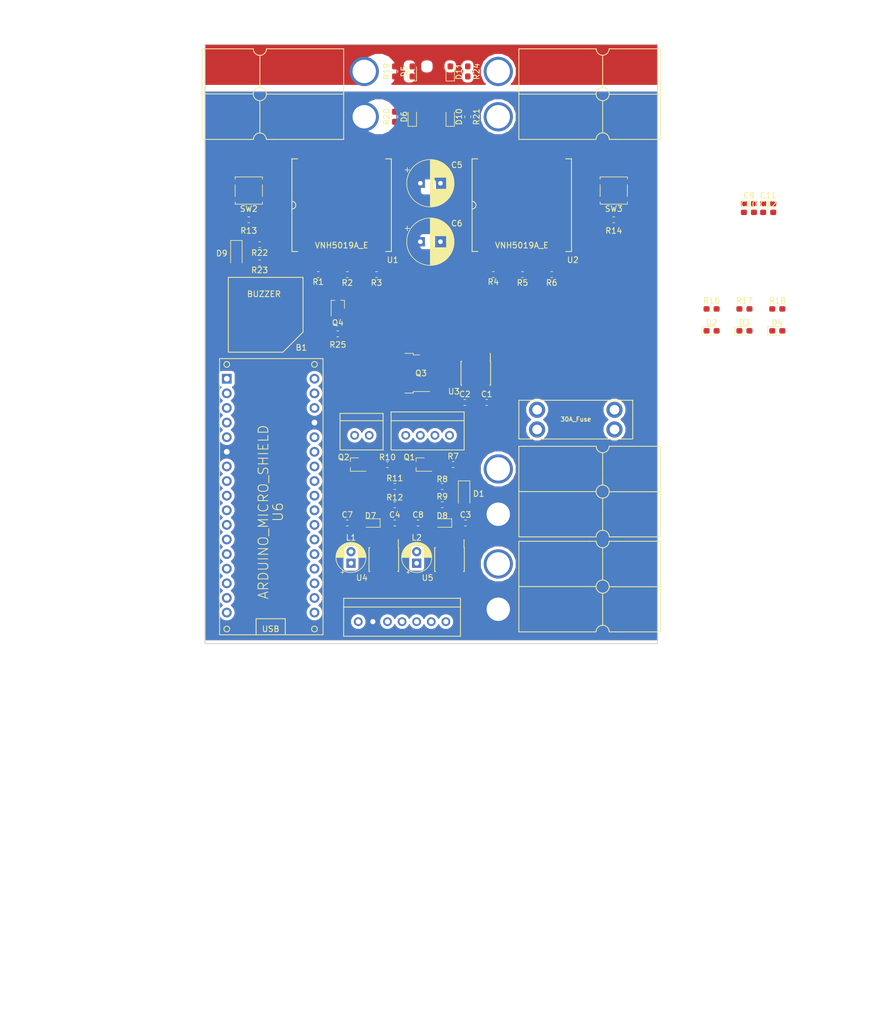
<source format=kicad_pcb>
(kicad_pcb (version 20171130) (host pcbnew "(5.0.0)")
  (layers (0 F.Cu signal) (31 B.Cu signal) (34 B.Paste user) (35 F.Paste user) (36 B.SilkS user) (37 F.SilkS user) (38 B.Mask user) (39 F.Mask user) (44 Edge.Cuts user))
  (net 0 "")
  (net 1 +5V)
  (net 2 "Net-(B1-Pad2)")
  (net 3 +3V3)
  (net 4 GND)
  (net 5 "Net-(C2-Pad2)")
  (net 6 LOGIC_PWR)
  (net 7 ACT_PWR)
  (net 8 OUT_A_LEFT)
  (net 9 OUT_A_RIGHT)
  (net 10 OUT_B_LEFT)
  (net 11 OUT_B_RIGHT)
  (net 12 ESTOP_EN)
  (net 13 "Net-(Conn5-Pad2)")
  (net 14 "Net-(Conn6-Pad3)")
  (net 15 CONTROLLER_CLK)
  (net 16 CONTROLLER_CMD)
  (net 17 CONTROLLER_ATT)
  (net 18 CONTROLLER_DAT)
  (net 19 V_LOG_SENSE)
  (net 20 "Net-(D2-Pad2)")
  (net 21 "Net-(D3-Pad2)")
  (net 22 "Net-(D4-Pad2)")
  (net 23 "Net-(D5-Pad2)")
  (net 24 "Net-(D6-Pad2)")
  (net 25 "Net-(D7-Pad1)")
  (net 26 "Net-(D8-Pad1)")
  (net 27 V_ACT_SENSE)
  (net 28 "Net-(D10-Pad2)")
  (net 29 "Net-(D11-Pad2)")
  (net 30 LOG_SW_EN)
  (net 31 "Net-(Q1-Pad3)")
  (net 32 "Net-(Q2-Pad3)")
  (net 33 "Net-(Q3-Pad1)")
  (net 34 BUZZER_EN)
  (net 35 "Net-(R1-Pad2)")
  (net 36 IN_A1)
  (net 37 LEFT_PWM)
  (net 38 "Net-(R2-Pad2)")
  (net 39 IN_B1)
  (net 40 "Net-(R3-Pad2)")
  (net 41 IN_A2)
  (net 42 "Net-(R4-Pad2)")
  (net 43 "Net-(R5-Pad2)")
  (net 44 RIGHT_PWM)
  (net 45 IN_B2)
  (net 46 "Net-(R6-Pad2)")
  (net 47 LEFT_SW)
  (net 48 RIGHT_SW)
  (net 49 "Net-(U1-Pad2)")
  (net 50 "Net-(U1-Pad8)")
  (net 51 "Net-(U1-Pad11)")
  (net 52 "Net-(U1-Pad14)")
  (net 53 "Net-(U1-Pad17)")
  (net 54 "Net-(U1-Pad22)")
  (net 55 "Net-(U1-Pad24)")
  (net 56 "Net-(U1-Pad29)")
  (net 57 "Net-(U2-Pad29)")
  (net 58 "Net-(U2-Pad24)")
  (net 59 "Net-(U2-Pad22)")
  (net 60 "Net-(U2-Pad17)")
  (net 61 "Net-(U2-Pad14)")
  (net 62 "Net-(U2-Pad11)")
  (net 63 "Net-(U2-Pad8)")
  (net 64 "Net-(U2-Pad2)")
  (net 65 PACK_IMEAS)
  (net 66 "Net-(U6-PadSCK)")
  (net 67 "Net-(U6-PadMI)")
  (net 68 "Net-(U6-PadRST)")
  (net 69 "Net-(U6-Pad5V)")
  (net 70 "Net-(U6-PadNC)")
  (net 71 "Net-(U6-PadAREF)")
  (net 72 "Net-(U6-Pad3.3V)")
  (net 73 "Net-(U6-PadMO)")
  (net 74 "Net-(U6-PadSS)")
  (net 75 "Net-(U6-PadTX)")
  (net 76 /PVDD_IN1)
  (net 77 /PVDD_IN2)
  (net 78 /PVDD_IN3)
  (net 79 "Net-(U6-PadRX)")
  (module MRDT_Devices:BUZZER_SMI_1324_TW_5V_2_R (layer F.Cu) (at 115.824 80.01)
    (fp_text reference B1 (at 12.7 5.715) (layer F.SilkS))
    (fp_text value Buzzer)
    (fp_text user BUZZER (at 6.2 -3.6) (layer F.SilkS))
    (pad 1 smd rect (at 0.2 0) (size 6 2.5) (layers F.Cu F.Paste F.Mask) (net 1 +5V))
    (pad 2 smd rect (at 12.8 0) (size 6 2.5) (layers F.Cu F.Paste F.Mask) (net 2 "Net-(B1-Pad2)"))
  )
  (module Capacitor_SMD:C_0603_1608Metric_Pad1.05x0.95mm_HandSolder (layer F.Cu) (at 160.782 95.25)
    (fp_text reference C1 (at 0 -1.43) (layer F.SilkS))
    (fp_text value 10u)
    (pad 2 smd roundrect (at 0.875 0) (size 1.05 0.95) (layers F.Cu F.Paste F.Mask) (net 3 +3V3))
    (pad 1 smd roundrect (at -0.875 0) (size 1.05 0.95) (layers F.Cu F.Paste F.Mask) (net 4 GND))
  )
  (module Capacitor_SMD:C_0603_1608Metric_Pad1.05x0.95mm_HandSolder (layer F.Cu) (at 156.972 95.25)
    (fp_text reference C2 (at 0 -1.43) (layer F.SilkS))
    (fp_text value 1n)
    (pad 2 smd roundrect (at 0.875 0) (size 1.05 0.95) (layers F.Cu F.Paste F.Mask) (net 5 "Net-(C2-Pad2)"))
    (pad 1 smd roundrect (at -0.875 0) (size 1.05 0.95) (layers F.Cu F.Paste F.Mask) (net 4 GND))
  )
  (module Capacitor_SMD:C_0603_1608Metric_Pad1.05x0.95mm_HandSolder (layer F.Cu) (at 157.085 116.205)
    (fp_text reference C3 (at 0 -1.43) (layer F.SilkS))
    (fp_text value 10u)
    (pad 1 smd roundrect (at -0.875 0) (size 1.05 0.95) (layers F.Cu F.Paste F.Mask) (net 6 LOGIC_PWR))
    (pad 2 smd roundrect (at 0.875 0) (size 1.05 0.95) (layers F.Cu F.Paste F.Mask) (net 4 GND))
  )
  (module Capacitor_SMD:C_0603_1608Metric_Pad1.05x0.95mm_HandSolder (layer F.Cu) (at 144.78 116.205)
    (fp_text reference C4 (at 0 -1.43) (layer F.SilkS))
    (fp_text value 10u)
    (pad 2 smd roundrect (at 0.875 0) (size 1.05 0.95) (layers F.Cu F.Paste F.Mask) (net 4 GND))
    (pad 1 smd roundrect (at -0.875 0) (size 1.05 0.95) (layers F.Cu F.Paste F.Mask) (net 6 LOGIC_PWR))
  )
  (module Capacitor_THT:CP_Radial_D8.0mm_P3.50mm (layer F.Cu) (at 149.225 57.15)
    (fp_text reference C5 (at 6.35 -3.175) (layer F.SilkS))
    (fp_text value 470u)
    (pad 1 thru_hole rect (at 0 0) (size 1.6 1.6) (drill 0.8) (layers *.Cu *.Mask) (net 7 ACT_PWR))
    (pad 2 thru_hole circle (at 3.5 0) (size 1.6 1.6) (drill 0.8) (layers *.Cu *.Mask) (net 4 GND))
  )
  (module Capacitor_THT:CP_Radial_D8.0mm_P3.50mm (layer F.Cu) (at 149.225 67.31)
    (fp_text reference C6 (at 6.35 -3.175) (layer F.SilkS))
    (fp_text value 470u)
    (pad 2 thru_hole circle (at 3.5 0) (size 1.6 1.6) (drill 0.8) (layers *.Cu *.Mask) (net 4 GND))
    (pad 1 thru_hole rect (at 0 0) (size 1.6 1.6) (drill 0.8) (layers *.Cu *.Mask) (net 7 ACT_PWR))
  )
  (module Capacitor_SMD:C_0603_1608Metric_Pad1.05x0.95mm_HandSolder (layer F.Cu) (at 136.525 116.205)
    (fp_text reference C7 (at 0 -1.43) (layer F.SilkS))
    (fp_text value 10u)
    (pad 1 smd roundrect (at -0.875 0) (size 1.05 0.95) (layers F.Cu F.Paste F.Mask) (net 3 +3V3))
    (pad 2 smd roundrect (at 0.875 0) (size 1.05 0.95) (layers F.Cu F.Paste F.Mask) (net 4 GND))
  )
  (module Capacitor_SMD:C_0603_1608Metric_Pad1.05x0.95mm_HandSolder (layer F.Cu) (at 148.83 116.205)
    (fp_text reference C8 (at 0 -1.43) (layer F.SilkS))
    (fp_text value 10u)
    (pad 1 smd roundrect (at -0.875 0) (size 1.05 0.95) (layers F.Cu F.Paste F.Mask) (net 1 +5V))
    (pad 2 smd roundrect (at 0.875 0) (size 1.05 0.95) (layers F.Cu F.Paste F.Mask) (net 4 GND))
  )
  (module MRDT_Connectors:Anderson_2_Horizontal_Side_by_Side (layer F.Cu) (at 166.37 102.87 180)
    (fp_text reference Conn1 hide)
    (fp_text value AndersonPP)
    (pad 1 thru_hole circle (at 3.5814 -11.811 180) (size 5.08 5.08) (drill 4.06) (layers *.Cu *.Mask F.Paste) (net 4 GND))
    (pad 2 thru_hole circle (at 3.5814 -3.937 180) (size 5.08 5.08) (drill 4.06) (layers *.Cu *.Mask F.Paste) (net 76 /PVDD_IN1))
  )
  (module MRDT_Connectors:Anderson_2_Horizontal_Side_by_Side (layer F.Cu) (at 166.37 119.38 180)
    (fp_text reference Conn2 hide)
    (fp_text value AndersonPP)
    (pad 2 thru_hole circle (at 3.5814 -3.937 180) (size 5.08 5.08) (drill 4.06) (layers *.Cu *.Mask F.Paste) (net 76 /PVDD_IN1))
    (pad 1 thru_hole circle (at 3.5814 -11.811 180) (size 5.08 5.08) (drill 4.06) (layers *.Cu *.Mask F.Paste) (net 4 GND))
  )
  (module MRDT_Connectors:Anderson_2_Horizontal_Side_by_Side (layer F.Cu) (at 135.89 49.53)
    (fp_text reference Conn3 hide)
    (fp_text value AndersonPP)
    (pad 1 thru_hole circle (at 3.5814 -11.811) (size 5.08 5.08) (drill 4.06) (layers *.Cu *.Mask F.Paste) (net 8 OUT_A_LEFT))
    (pad 2 thru_hole circle (at 3.5814 -3.937) (size 5.08 5.08) (drill 4.06) (layers *.Cu *.Mask F.Paste) (net 10 OUT_B_LEFT))
  )
  (module MRDT_Connectors:Anderson_2_Horizontal_Side_by_Side (layer F.Cu) (at 166.37 33.782 180)
    (fp_text reference Conn4 hide)
    (fp_text value AndersonPP)
    (pad 2 thru_hole circle (at 3.5814 -3.937 180) (size 5.08 5.08) (drill 4.06) (layers *.Cu *.Mask F.Paste) (net 11 OUT_B_RIGHT))
    (pad 1 thru_hole circle (at 3.5814 -11.811 180) (size 5.08 5.08) (drill 4.06) (layers *.Cu *.Mask F.Paste) (net 9 OUT_A_RIGHT))
  )
  (module MRDT_Connectors:MOLEX_SL_02_Vertical (layer F.Cu) (at 139.065 100.965)
    (fp_text reference Conn5 hide)
    (fp_text value E_STOP)
    (pad 1 thru_hole circle (at -1.27 0) (size 1.524 1.524) (drill 0.9) (layers *.Cu *.Mask) (net 12 ESTOP_EN))
    (pad 2 thru_hole circle (at 1.27 0) (size 1.524 1.524) (drill 0.9) (layers *.Cu *.Mask) (net 13 "Net-(Conn5-Pad2)"))
  )
  (module MRDT_Connectors:MOLEX_SL_07_Vertical (layer F.Cu) (at 146.05 133.35)
    (fp_text reference Conn6 hide)
    (fp_text value Molex_SL_07)
    (pad 1 thru_hole circle (at -7.62 0) (size 1.524 1.524) (drill 0.9) (layers *.Cu *.Mask) (net 1 +5V))
    (pad 2 thru_hole circle (at -5.08 0) (size 1.524 1.524) (drill 0.9) (layers *.Cu *.Mask) (net 4 GND))
    (pad 3 thru_hole circle (at -2.54 0) (size 1.524 1.524) (drill 0.9) (layers *.Cu *.Mask) (net 14 "Net-(Conn6-Pad3)"))
    (pad 4 thru_hole circle (at 0 0) (size 1.524 1.524) (drill 0.9) (layers *.Cu *.Mask) (net 15 CONTROLLER_CLK))
    (pad 5 thru_hole circle (at 2.54 0) (size 1.524 1.524) (drill 0.9) (layers *.Cu *.Mask) (net 16 CONTROLLER_CMD))
    (pad 6 thru_hole circle (at 5.08 0) (size 1.524 1.524) (drill 0.9) (layers *.Cu *.Mask) (net 17 CONTROLLER_ATT))
    (pad 7 thru_hole circle (at 7.62 0) (size 1.524 1.524) (drill 0.9) (layers *.Cu *.Mask) (net 18 CONTROLLER_DAT))
  )
  (module Diode_SMD:D_SOD-123 (layer F.Cu) (at 156.845 111.125 270)
    (fp_text reference D1 (at 0 -2.54) (layer F.SilkS))
    (fp_text value 3V3_Zener)
    (pad 2 smd rect (at 1.65 0 270) (size 0.9 1.2) (layers F.Cu F.Paste F.Mask) (net 4 GND))
    (pad 1 smd rect (at -1.65 0 270) (size 0.9 1.2) (layers F.Cu F.Paste F.Mask) (net 19 V_LOG_SENSE))
  )
  (module LED_SMD:LED_0603_1608Metric_Pad1.05x0.95mm_HandSolder (layer F.Cu) (at 199.898 82.804)
    (fp_text reference D2 (at 0 -1.43) (layer F.SilkS))
    (fp_text value LED)
    (pad 1 smd roundrect (at -0.875 0) (size 1.05 0.95) (layers F.Cu F.Paste F.Mask) (net 4 GND))
    (pad 2 smd roundrect (at 0.875 0) (size 1.05 0.95) (layers F.Cu F.Paste F.Mask) (net 20 "Net-(D2-Pad2)"))
  )
  (module LED_SMD:LED_0603_1608Metric_Pad1.05x0.95mm_HandSolder (layer F.Cu) (at 205.613 82.804)
    (fp_text reference D3 (at 0 -1.43) (layer F.SilkS))
    (fp_text value LED)
    (pad 2 smd roundrect (at 0.875 0) (size 1.05 0.95) (layers F.Cu F.Paste F.Mask) (net 21 "Net-(D3-Pad2)"))
    (pad 1 smd roundrect (at -0.875 0) (size 1.05 0.95) (layers F.Cu F.Paste F.Mask) (net 4 GND))
  )
  (module LED_SMD:LED_0603_1608Metric_Pad1.05x0.95mm_HandSolder (layer F.Cu) (at 211.328 82.804)
    (fp_text reference D4 (at 0 -1.43) (layer F.SilkS))
    (fp_text value LED)
    (pad 1 smd roundrect (at -0.875 0) (size 1.05 0.95) (layers F.Cu F.Paste F.Mask) (net 4 GND))
    (pad 2 smd roundrect (at 0.875 0) (size 1.05 0.95) (layers F.Cu F.Paste F.Mask) (net 22 "Net-(D4-Pad2)"))
  )
  (module LED_SMD:LED_0603_1608Metric_Pad1.05x0.95mm_HandSolder (layer F.Cu) (at 147.828 37.719 90)
    (fp_text reference D5 (at 0 -1.43 90) (layer F.SilkS))
    (fp_text value LED)
    (pad 2 smd roundrect (at 0.875 0 90) (size 1.05 0.95) (layers F.Cu F.Paste F.Mask) (net 23 "Net-(D5-Pad2)"))
    (pad 1 smd roundrect (at -0.875 0 90) (size 1.05 0.95) (layers F.Cu F.Paste F.Mask) (net 4 GND))
  )
  (module LED_SMD:LED_0603_1608Metric_Pad1.05x0.95mm_HandSolder (layer F.Cu) (at 147.828 45.593 90)
    (fp_text reference D6 (at 0 -1.43 90) (layer F.SilkS))
    (fp_text value LED)
    (pad 1 smd roundrect (at -0.875 0 90) (size 1.05 0.95) (layers F.Cu F.Paste F.Mask) (net 4 GND))
    (pad 2 smd roundrect (at 0.875 0 90) (size 1.05 0.95) (layers F.Cu F.Paste F.Mask) (net 24 "Net-(D6-Pad2)"))
  )
  (module Diode_SMD:D_0603_1608Metric_Pad1.05x0.95mm_HandSolder (layer F.Cu) (at 140.575 116.205 180)
    (fp_text reference D7 (at 0 1.27 180) (layer F.SilkS))
    (fp_text value D_Schottky)
    (pad 1 smd roundrect (at -0.875 0 180) (size 1.05 0.95) (layers F.Cu F.Paste F.Mask) (net 25 "Net-(D7-Pad1)"))
    (pad 2 smd roundrect (at 0.875 0 180) (size 1.05 0.95) (layers F.Cu F.Paste F.Mask) (net 4 GND))
  )
  (module Diode_SMD:D_0603_1608Metric_Pad1.05x0.95mm_HandSolder (layer F.Cu) (at 153.035 116.205 180)
    (fp_text reference D8 (at 0 1.27 180) (layer F.SilkS))
    (fp_text value D_Schottky)
    (pad 2 smd roundrect (at 0.875 0 180) (size 1.05 0.95) (layers F.Cu F.Paste F.Mask) (net 4 GND))
    (pad 1 smd roundrect (at -0.875 0 180) (size 1.05 0.95) (layers F.Cu F.Paste F.Mask) (net 26 "Net-(D8-Pad1)"))
  )
  (module Diode_SMD:D_SOD-123 (layer F.Cu) (at 117.221 69.342 270)
    (fp_text reference D9 (at 0 2.54) (layer F.SilkS))
    (fp_text value 3V3_Zener)
    (pad 1 smd rect (at -1.65 0 270) (size 0.9 1.2) (layers F.Cu F.Paste F.Mask) (net 27 V_ACT_SENSE))
    (pad 2 smd rect (at 1.65 0 270) (size 0.9 1.2) (layers F.Cu F.Paste F.Mask) (net 4 GND))
  )
  (module LED_SMD:LED_0603_1608Metric_Pad1.05x0.95mm_HandSolder (layer F.Cu) (at 154.432 45.593 90)
    (fp_text reference D10 (at 0 1.524 90) (layer F.SilkS))
    (fp_text value LED)
    (pad 2 smd roundrect (at 0.875 0 90) (size 1.05 0.95) (layers F.Cu F.Paste F.Mask) (net 28 "Net-(D10-Pad2)"))
    (pad 1 smd roundrect (at -0.875 0 90) (size 1.05 0.95) (layers F.Cu F.Paste F.Mask) (net 4 GND))
  )
  (module LED_SMD:LED_0603_1608Metric_Pad1.05x0.95mm_HandSolder (layer F.Cu) (at 154.432 37.719 90)
    (fp_text reference D11 (at 0 1.524 90) (layer F.SilkS))
    (fp_text value LED)
    (pad 1 smd roundrect (at -0.875 0 90) (size 1.05 0.95) (layers F.Cu F.Paste F.Mask) (net 4 GND))
    (pad 2 smd roundrect (at 0.875 0 90) (size 1.05 0.95) (layers F.Cu F.Paste F.Mask) (net 29 "Net-(D11-Pad2)"))
  )
  (module MRDT_Passives:ATC_Fuse_Block (layer F.Cu) (at 166.37 101.6)
    (fp_text reference F1 hide)
    (fp_text value 30A_Fuse (at 9.906 -3.429) (layer F.SilkS) (effects (font (size 0.762 0.762))))
    (pad 2 thru_hole circle (at 16.637 -1.651) (size 2.8194 2.8194) (drill 1.6764) (layers *.Cu *.Mask) (net 76 /PVDD_IN1))
    (pad 2 thru_hole circle (at 16.637 -5.08) (size 2.8194 2.8194) (drill 1.6764) (layers *.Cu *.Mask) (net 76 /PVDD_IN1))
    (pad 1 thru_hole circle (at 3.175 -5.08) (size 2.8194 2.8194) (drill 1.6764) (layers *.Cu *.Mask) (net 77 /PVDD_IN2))
    (pad 1 thru_hole circle (at 3.175 -1.651) (size 2.8194 2.8194) (drill 1.6764) (layers *.Cu *.Mask) (net 77 /PVDD_IN2))
  )
  (module Capacitor_THT:CP_Radial_D5.0mm_P2.00mm (layer F.Cu) (at 137.16 123.19 90)
    (fp_text reference L1 (at 4.445 0 180) (layer F.SilkS))
    (fp_text value 47uH)
    (pad 1 thru_hole rect (at 0 0 90) (size 1.6 1.6) (drill 0.8) (layers *.Cu *.Mask) (net 25 "Net-(D7-Pad1)"))
    (pad 2 thru_hole circle (at 2 0 90) (size 1.6 1.6) (drill 0.8) (layers *.Cu *.Mask) (net 3 +3V3))
  )
  (module Capacitor_THT:CP_Radial_D5.0mm_P2.00mm (layer F.Cu) (at 148.59 123.19 90)
    (fp_text reference L2 (at 4.445 0 180) (layer F.SilkS))
    (fp_text value 47uH)
    (pad 2 thru_hole circle (at 2 0 90) (size 1.6 1.6) (drill 0.8) (layers *.Cu *.Mask) (net 1 +5V))
    (pad 1 thru_hole rect (at 0 0 90) (size 1.6 1.6) (drill 0.8) (layers *.Cu *.Mask) (net 26 "Net-(D8-Pad1)"))
  )
  (module Package_TO_SOT_SMD:SOT-323_SC-70_Handsoldering (layer F.Cu) (at 149.225 106.045 180)
    (fp_text reference Q1 (at 1.905 1.27 180) (layer F.SilkS))
    (fp_text value Q_NMOS_GSD)
    (pad 1 smd rect (at -1.33 -0.65 90) (size 0.45 1.5) (layers F.Cu F.Paste F.Mask) (net 30 LOG_SW_EN))
    (pad 2 smd rect (at -1.33 0.65 90) (size 0.45 1.5) (layers F.Cu F.Paste F.Mask) (net 4 GND))
    (pad 3 smd rect (at 1.33 0 90) (size 0.45 1.5) (layers F.Cu F.Paste F.Mask) (net 31 "Net-(Q1-Pad3)"))
  )
  (module Package_TO_SOT_SMD:SOT-323_SC-70_Handsoldering (layer F.Cu) (at 137.795 106.045 180)
    (fp_text reference Q2 (at 1.905 1.27 180) (layer F.SilkS))
    (fp_text value Q_NMOS_GSD)
    (pad 3 smd rect (at 1.33 0 90) (size 0.45 1.5) (layers F.Cu F.Paste F.Mask) (net 32 "Net-(Q2-Pad3)"))
    (pad 2 smd rect (at -1.33 0.65 90) (size 0.45 1.5) (layers F.Cu F.Paste F.Mask) (net 4 GND))
    (pad 1 smd rect (at -1.33 -0.65 90) (size 0.45 1.5) (layers F.Cu F.Paste F.Mask) (net 13 "Net-(Conn5-Pad2)"))
  )
  (module Package_TO_SOT_SMD:TO-252-2 (layer F.Cu) (at 145.542 90.17 180)
    (fp_text reference Q3 (at -3.81 0 180) (layer F.SilkS))
    (fp_text value Q_PMOS_GDS)
    (pad 1 smd rect (at -4.2 -2.28 180) (size 2.2 1.2) (layers F.Cu F.Paste F.Mask) (net 33 "Net-(Q3-Pad1)"))
    (pad 3 smd rect (at -4.2 2.28 180) (size 2.2 1.2) (layers F.Cu F.Paste F.Mask) (net 78 /PVDD_IN3))
    (pad 2 smd rect (at 2.1 0 180) (size 6.4 5.8) (layers F.Cu F.Mask) (net 7 ACT_PWR))
  )
  (module Package_TO_SOT_SMD:SOT-323_SC-70_Handsoldering (layer F.Cu) (at 134.874 78.232 90)
    (fp_text reference Q4 (at -3.175 0 180) (layer F.SilkS))
    (fp_text value Q_NMOS_GSD)
    (pad 3 smd rect (at 1.33 0) (size 0.45 1.5) (layers F.Cu F.Paste F.Mask) (net 2 "Net-(B1-Pad2)"))
    (pad 2 smd rect (at -1.33 0.65) (size 0.45 1.5) (layers F.Cu F.Paste F.Mask) (net 4 GND))
    (pad 1 smd rect (at -1.33 -0.65) (size 0.45 1.5) (layers F.Cu F.Paste F.Mask) (net 34 BUZZER_EN))
  )
  (module Resistor_SMD:R_0603_1608Metric_Pad1.05x0.95mm_HandSolder (layer F.Cu) (at 131.445 73.025)
    (fp_text reference R1 (at 0 1.27) (layer F.SilkS))
    (fp_text value 1k)
    (pad 2 smd roundrect (at 0.875 0) (size 1.05 0.95) (layers F.Cu F.Paste F.Mask) (net 35 "Net-(R1-Pad2)"))
    (pad 1 smd roundrect (at -0.875 0) (size 1.05 0.95) (layers F.Cu F.Paste F.Mask) (net 36 IN_A1))
  )
  (module Resistor_SMD:R_0603_1608Metric_Pad1.05x0.95mm_HandSolder (layer F.Cu) (at 136.525 73.025 180)
    (fp_text reference R2 (at 0 -1.43 180) (layer F.SilkS))
    (fp_text value 1k)
    (pad 1 smd roundrect (at -0.875 0 180) (size 1.05 0.95) (layers F.Cu F.Paste F.Mask) (net 37 LEFT_PWM))
    (pad 2 smd roundrect (at 0.875 0 180) (size 1.05 0.95) (layers F.Cu F.Paste F.Mask) (net 38 "Net-(R2-Pad2)"))
  )
  (module Resistor_SMD:R_0603_1608Metric_Pad1.05x0.95mm_HandSolder (layer F.Cu) (at 141.605 73.025 180)
    (fp_text reference R3 (at 0 -1.43 180) (layer F.SilkS))
    (fp_text value 1k)
    (pad 1 smd roundrect (at -0.875 0 180) (size 1.05 0.95) (layers F.Cu F.Paste F.Mask) (net 39 IN_B1))
    (pad 2 smd roundrect (at 0.875 0 180) (size 1.05 0.95) (layers F.Cu F.Paste F.Mask) (net 40 "Net-(R3-Pad2)"))
  )
  (module Resistor_SMD:R_0603_1608Metric_Pad1.05x0.95mm_HandSolder (layer F.Cu) (at 161.925 73.025)
    (fp_text reference R4 (at 0 1.27) (layer F.SilkS))
    (fp_text value 1k)
    (pad 1 smd roundrect (at -0.875 0) (size 1.05 0.95) (layers F.Cu F.Paste F.Mask) (net 41 IN_A2))
    (pad 2 smd roundrect (at 0.875 0) (size 1.05 0.95) (layers F.Cu F.Paste F.Mask) (net 42 "Net-(R4-Pad2)"))
  )
  (module Resistor_SMD:R_0603_1608Metric_Pad1.05x0.95mm_HandSolder (layer F.Cu) (at 167.005 73.025 180)
    (fp_text reference R5 (at 0 -1.43 180) (layer F.SilkS))
    (fp_text value 1k)
    (pad 2 smd roundrect (at 0.875 0 180) (size 1.05 0.95) (layers F.Cu F.Paste F.Mask) (net 43 "Net-(R5-Pad2)"))
    (pad 1 smd roundrect (at -0.875 0 180) (size 1.05 0.95) (layers F.Cu F.Paste F.Mask) (net 44 RIGHT_PWM))
  )
  (module Resistor_SMD:R_0603_1608Metric_Pad1.05x0.95mm_HandSolder (layer F.Cu) (at 172.085 73.025 180)
    (fp_text reference R6 (at 0 -1.43 180) (layer F.SilkS))
    (fp_text value 1k)
    (pad 1 smd roundrect (at -0.875 0 180) (size 1.05 0.95) (layers F.Cu F.Paste F.Mask) (net 45 IN_B2))
    (pad 2 smd roundrect (at 0.875 0 180) (size 1.05 0.95) (layers F.Cu F.Paste F.Mask) (net 46 "Net-(R6-Pad2)"))
  )
  (module Resistor_SMD:R_0603_1608Metric_Pad1.05x0.95mm_HandSolder (layer F.Cu) (at 154.94 106.045)
    (fp_text reference R7 (at 0 -1.43) (layer F.SilkS))
    (fp_text value 10k)
    (pad 1 smd roundrect (at -0.875 0) (size 1.05 0.95) (layers F.Cu F.Paste F.Mask) (net 30 LOG_SW_EN))
    (pad 2 smd roundrect (at 0.875 0) (size 1.05 0.95) (layers F.Cu F.Paste F.Mask) (net 4 GND))
  )
  (module Resistor_SMD:R_0603_1608Metric_Pad1.05x0.95mm_HandSolder (layer F.Cu) (at 153.035 109.855 180)
    (fp_text reference R8 (at 0 1.27 180) (layer F.SilkS))
    (fp_text value 20k)
    (pad 2 smd roundrect (at 0.875 0 180) (size 1.05 0.95) (layers F.Cu F.Paste F.Mask) (net 19 V_LOG_SENSE))
    (pad 1 smd roundrect (at -0.875 0 180) (size 1.05 0.95) (layers F.Cu F.Paste F.Mask) (net 6 LOGIC_PWR))
  )
  (module Resistor_SMD:R_0603_1608Metric_Pad1.05x0.95mm_HandSolder (layer F.Cu) (at 153.035 113.03)
    (fp_text reference R9 (at 0 -1.43) (layer F.SilkS))
    (fp_text value 13k)
    (pad 1 smd roundrect (at -0.875 0) (size 1.05 0.95) (layers F.Cu F.Paste F.Mask) (net 19 V_LOG_SENSE))
    (pad 2 smd roundrect (at 0.875 0) (size 1.05 0.95) (layers F.Cu F.Paste F.Mask) (net 4 GND))
  )
  (module Resistor_SMD:R_0603_1608Metric_Pad1.05x0.95mm_HandSolder (layer F.Cu) (at 143.51 106.045 180)
    (fp_text reference R10 (at 0 1.27 180) (layer F.SilkS))
    (fp_text value 10k)
    (pad 2 smd roundrect (at 0.875 0 180) (size 1.05 0.95) (layers F.Cu F.Paste F.Mask) (net 4 GND))
    (pad 1 smd roundrect (at -0.875 0 180) (size 1.05 0.95) (layers F.Cu F.Paste F.Mask) (net 13 "Net-(Conn5-Pad2)"))
  )
  (module Resistor_SMD:R_0603_1608Metric_Pad1.05x0.95mm_HandSolder (layer F.Cu) (at 144.78 109.855)
    (fp_text reference R11 (at 0 -1.43) (layer F.SilkS))
    (fp_text value 30k)
    (pad 2 smd roundrect (at 0.875 0) (size 1.05 0.95) (layers F.Cu F.Paste F.Mask) (net 33 "Net-(Q3-Pad1)"))
    (pad 1 smd roundrect (at -0.875 0) (size 1.05 0.95) (layers F.Cu F.Paste F.Mask) (net 78 /PVDD_IN3))
  )
  (module Resistor_SMD:R_0603_1608Metric_Pad1.05x0.95mm_HandSolder (layer F.Cu) (at 144.78 113.03 180)
    (fp_text reference R12 (at 0 1.27 180) (layer F.SilkS))
    (fp_text value 13k)
    (pad 1 smd roundrect (at -0.875 0 180) (size 1.05 0.95) (layers F.Cu F.Paste F.Mask) (net 33 "Net-(Q3-Pad1)"))
    (pad 2 smd roundrect (at 0.875 0 180) (size 1.05 0.95) (layers F.Cu F.Paste F.Mask) (net 32 "Net-(Q2-Pad3)"))
  )
  (module Resistor_SMD:R_0603_1608Metric_Pad1.05x0.95mm_HandSolder (layer F.Cu) (at 119.38 63.5 180)
    (fp_text reference R13 (at 0 -1.905 180) (layer F.SilkS))
    (fp_text value 10k)
    (pad 2 smd roundrect (at 0.875 0 180) (size 1.05 0.95) (layers F.Cu F.Paste F.Mask) (net 4 GND))
    (pad 1 smd roundrect (at -0.875 0 180) (size 1.05 0.95) (layers F.Cu F.Paste F.Mask) (net 47 LEFT_SW))
  )
  (module Resistor_SMD:R_0603_1608Metric_Pad1.05x0.95mm_HandSolder (layer F.Cu) (at 182.88 63.5 180)
    (fp_text reference R14 (at 0 -1.905 180) (layer F.SilkS))
    (fp_text value 10k)
    (pad 1 smd roundrect (at -0.875 0 180) (size 1.05 0.95) (layers F.Cu F.Paste F.Mask) (net 48 RIGHT_SW))
    (pad 2 smd roundrect (at 0.875 0 180) (size 1.05 0.95) (layers F.Cu F.Paste F.Mask) (net 4 GND))
  )
  (module Resistor_SMD:R_0603_1608Metric_Pad1.05x0.95mm_HandSolder (layer F.Cu) (at 199.898 78.994)
    (fp_text reference R16 (at 0 -1.43) (layer F.SilkS))
    (fp_text value 510)
    (pad 2 smd roundrect (at 0.875 0) (size 1.05 0.95) (layers F.Cu F.Paste F.Mask) (net 20 "Net-(D2-Pad2)"))
    (pad 1 smd roundrect (at -0.875 0) (size 1.05 0.95) (layers F.Cu F.Paste F.Mask) (net 7 ACT_PWR))
  )
  (module Resistor_SMD:R_0603_1608Metric_Pad1.05x0.95mm_HandSolder (layer F.Cu) (at 205.613 78.994)
    (fp_text reference R17 (at 0 -1.43) (layer F.SilkS))
    (fp_text value 510)
    (pad 1 smd roundrect (at -0.875 0) (size 1.05 0.95) (layers F.Cu F.Paste F.Mask) (net 1 +5V))
    (pad 2 smd roundrect (at 0.875 0) (size 1.05 0.95) (layers F.Cu F.Paste F.Mask) (net 21 "Net-(D3-Pad2)"))
  )
  (module Resistor_SMD:R_0603_1608Metric_Pad1.05x0.95mm_HandSolder (layer F.Cu) (at 211.328 78.994)
    (fp_text reference R18 (at 0 -1.43) (layer F.SilkS))
    (fp_text value 100)
    (pad 2 smd roundrect (at 0.875 0) (size 1.05 0.95) (layers F.Cu F.Paste F.Mask) (net 22 "Net-(D4-Pad2)"))
    (pad 1 smd roundrect (at -0.875 0) (size 1.05 0.95) (layers F.Cu F.Paste F.Mask) (net 3 +3V3))
  )
  (module Resistor_SMD:R_0603_1608Metric_Pad1.05x0.95mm_HandSolder (layer F.Cu) (at 144.78 37.719 90)
    (fp_text reference R19 (at 0 -1.43 90) (layer F.SilkS))
    (fp_text value 510)
    (pad 1 smd roundrect (at -0.875 0 90) (size 1.05 0.95) (layers F.Cu F.Paste F.Mask) (net 8 OUT_A_LEFT))
    (pad 2 smd roundrect (at 0.875 0 90) (size 1.05 0.95) (layers F.Cu F.Paste F.Mask) (net 23 "Net-(D5-Pad2)"))
  )
  (module Resistor_SMD:R_0603_1608Metric_Pad1.05x0.95mm_HandSolder (layer F.Cu) (at 144.78 45.593 90)
    (fp_text reference R20 (at 0 -1.43 90) (layer F.SilkS))
    (fp_text value 510)
    (pad 2 smd roundrect (at 0.875 0 90) (size 1.05 0.95) (layers F.Cu F.Paste F.Mask) (net 24 "Net-(D6-Pad2)"))
    (pad 1 smd roundrect (at -0.875 0 90) (size 1.05 0.95) (layers F.Cu F.Paste F.Mask) (net 10 OUT_B_LEFT))
  )
  (module Resistor_SMD:R_0603_1608Metric_Pad1.05x0.95mm_HandSolder (layer F.Cu) (at 157.48 45.593 90)
    (fp_text reference R21 (at 0 1.524 90) (layer F.SilkS))
    (fp_text value 510)
    (pad 2 smd roundrect (at 0.875 0 90) (size 1.05 0.95) (layers F.Cu F.Paste F.Mask) (net 28 "Net-(D10-Pad2)"))
    (pad 1 smd roundrect (at -0.875 0 90) (size 1.05 0.95) (layers F.Cu F.Paste F.Mask) (net 9 OUT_A_RIGHT))
  )
  (module Resistor_SMD:R_0603_1608Metric_Pad1.05x0.95mm_HandSolder (layer F.Cu) (at 121.271 67.818 180)
    (fp_text reference R22 (at 0 -1.43 180) (layer F.SilkS))
    (fp_text value 20k)
    (pad 2 smd roundrect (at 0.875 0 180) (size 1.05 0.95) (layers F.Cu F.Paste F.Mask) (net 27 V_ACT_SENSE))
    (pad 1 smd roundrect (at -0.875 0 180) (size 1.05 0.95) (layers F.Cu F.Paste F.Mask) (net 7 ACT_PWR))
  )
  (module Resistor_SMD:R_0603_1608Metric_Pad1.05x0.95mm_HandSolder (layer F.Cu) (at 121.271 70.993)
    (fp_text reference R23 (at 0 1.27) (layer F.SilkS))
    (fp_text value 13k)
    (pad 1 smd roundrect (at -0.875 0) (size 1.05 0.95) (layers F.Cu F.Paste F.Mask) (net 27 V_ACT_SENSE))
    (pad 2 smd roundrect (at 0.875 0) (size 1.05 0.95) (layers F.Cu F.Paste F.Mask) (net 4 GND))
  )
  (module Resistor_SMD:R_0603_1608Metric_Pad1.05x0.95mm_HandSolder (layer F.Cu) (at 157.48 37.719 90)
    (fp_text reference R24 (at 0 1.524 90) (layer F.SilkS))
    (fp_text value 510)
    (pad 1 smd roundrect (at -0.875 0 90) (size 1.05 0.95) (layers F.Cu F.Paste F.Mask) (net 11 OUT_B_RIGHT))
    (pad 2 smd roundrect (at 0.875 0 90) (size 1.05 0.95) (layers F.Cu F.Paste F.Mask) (net 29 "Net-(D11-Pad2)"))
  )
  (module Resistor_SMD:R_0603_1608Metric_Pad1.05x0.95mm_HandSolder (layer F.Cu) (at 134.874 83.312 180)
    (fp_text reference R25 (at 0 -1.905 180) (layer F.SilkS))
    (fp_text value 10k)
    (pad 2 smd roundrect (at 0.875 0 180) (size 1.05 0.95) (layers F.Cu F.Paste F.Mask) (net 34 BUZZER_EN))
    (pad 1 smd roundrect (at -0.875 0 180) (size 1.05 0.95) (layers F.Cu F.Paste F.Mask) (net 4 GND))
  )
  (module MRDT_Connectors:MOLEX_SL_04_Vertical (layer F.Cu) (at 150.495 100.965)
    (fp_text reference SW1 hide)
    (fp_text value Relay_SPST)
    (pad 1 thru_hole circle (at -3.81 0) (size 1.524 1.524) (drill 0.9) (layers *.Cu *.Mask) (net 31 "Net-(Q1-Pad3)"))
    (pad 2 thru_hole circle (at -1.27 0) (size 1.524 1.524) (drill 0.9) (layers *.Cu *.Mask) (net 1 +5V))
    (pad 3 thru_hole circle (at 1.27 0) (size 1.524 1.524) (drill 0.9) (layers *.Cu *.Mask) (net 78 /PVDD_IN3))
    (pad 4 thru_hole circle (at 3.81 0) (size 1.524 1.524) (drill 0.9) (layers *.Cu *.Mask) (net 6 LOGIC_PWR))
    (pad 4 thru_hole circle (at 3.81 0) (size 1.524 1.524) (drill 0.9) (layers *.Cu *.Mask) (net 6 LOGIC_PWR))
  )
  (module Button_Switch_SMD:SW_SPST_TL3305A (layer F.Cu) (at 119.38 58.42)
    (fp_text reference SW2 (at 0 3.175 180) (layer F.SilkS))
    (fp_text value SW_Push)
    (pad 2 smd rect (at -3.6 1.5) (size 1.6 1.4) (layers F.Cu F.Paste F.Mask) (net 47 LEFT_SW))
    (pad 2 smd rect (at 3.6 1.5) (size 1.6 1.4) (layers F.Cu F.Paste F.Mask) (net 47 LEFT_SW))
    (pad 1 smd rect (at -3.6 -1.5) (size 1.6 1.4) (layers F.Cu F.Paste F.Mask) (net 1 +5V))
    (pad 1 smd rect (at 3.6 -1.5) (size 1.6 1.4) (layers F.Cu F.Paste F.Mask) (net 1 +5V))
  )
  (module Button_Switch_SMD:SW_SPST_TL3305A (layer F.Cu) (at 182.88 58.42)
    (fp_text reference SW3 (at 0 3.175 180) (layer F.SilkS))
    (fp_text value SW_Push)
    (pad 1 smd rect (at 3.6 -1.5) (size 1.6 1.4) (layers F.Cu F.Paste F.Mask) (net 1 +5V))
    (pad 1 smd rect (at -3.6 -1.5) (size 1.6 1.4) (layers F.Cu F.Paste F.Mask) (net 1 +5V))
    (pad 2 smd rect (at 3.6 1.5) (size 1.6 1.4) (layers F.Cu F.Paste F.Mask) (net 48 RIGHT_SW))
    (pad 2 smd rect (at -3.6 1.5) (size 1.6 1.4) (layers F.Cu F.Paste F.Mask) (net 48 RIGHT_SW))
  )
  (module MRDT_ICs:MultiPowerSO_30 (layer F.Cu) (at 135.5344 60.96 90)
    (fp_text reference U1 (at -9.525 8.89 180) (layer F.SilkS))
    (fp_text value VNH5019A_E (at -6.985 0 180) (layer F.SilkS))
    (pad 1 smd rect (at -9.0043 -6.999999 90) (size 1.8542 0.635) (layers F.Cu F.Paste F.Mask) (net 8 OUT_A_LEFT))
    (pad 2 smd rect (at -9.0043 -6.000001 90) (size 1.8542 0.635) (layers F.Cu F.Paste F.Mask) (net 49 "Net-(U1-Pad2)"))
    (pad 3 smd rect (at -9.0043 -5 90) (size 1.8542 0.635) (layers F.Cu F.Paste F.Mask) (net 7 ACT_PWR))
    (pad 4 smd rect (at -9.0043 -4 90) (size 1.8542 0.635) (layers F.Cu F.Paste F.Mask) (net 35 "Net-(R1-Pad2)"))
    (pad 5 smd rect (at -9.0043 -2.999999 90) (size 1.8542 0.635) (layers F.Cu F.Paste F.Mask) (net 3 +3V3))
    (pad 6 smd rect (at -9.0043 -2.000001 90) (size 1.8542 0.635) (layers F.Cu F.Paste F.Mask) (net 3 +3V3))
    (pad 7 smd rect (at -9.0043 -1.000001 90) (size 1.8542 0.635) (layers F.Cu F.Paste F.Mask) (net 38 "Net-(R2-Pad2)"))
    (pad 8 smd rect (at -9.0043 0 90) (size 1.8542 0.635) (layers F.Cu F.Paste F.Mask) (net 50 "Net-(U1-Pad8)"))
    (pad 9 smd rect (at -9.0043 1.000001 90) (size 1.8542 0.635) (layers F.Cu F.Paste F.Mask) (net 3 +3V3))
    (pad 10 smd rect (at -9.0043 2.000001 90) (size 1.8542 0.635) (layers F.Cu F.Paste F.Mask) (net 40 "Net-(R3-Pad2)"))
    (pad 11 smd rect (at -9.0043 2.999999 90) (size 1.8542 0.635) (layers F.Cu F.Paste F.Mask) (net 51 "Net-(U1-Pad11)"))
    (pad 12 smd rect (at -9.0043 4 90) (size 1.8542 0.635) (layers F.Cu F.Paste F.Mask) (net 7 ACT_PWR))
    (pad 13 smd rect (at -9.0043 5 90) (size 1.8542 0.635) (layers F.Cu F.Paste F.Mask) (net 7 ACT_PWR))
    (pad 14 smd rect (at -9.0043 6.000001 90) (size 1.8542 0.635) (layers F.Cu F.Paste F.Mask) (net 52 "Net-(U1-Pad14)"))
    (pad 15 smd rect (at -9.0043 7.000001 90) (size 1.8542 0.635) (layers F.Cu F.Paste F.Mask) (net 10 OUT_B_LEFT))
    (pad 16 smd rect (at 9.0043 6.999999 90) (size 1.8542 0.635) (layers F.Cu F.Paste F.Mask) (net 10 OUT_B_LEFT))
    (pad 17 smd rect (at 9.0043 6.000001 90) (size 1.8542 0.635) (layers F.Cu F.Paste F.Mask) (net 53 "Net-(U1-Pad17)"))
    (pad 18 smd rect (at 9.0043 5 90) (size 1.8542 0.635) (layers F.Cu F.Paste F.Mask) (net 4 GND))
    (pad 19 smd rect (at 9.0043 4 90) (size 1.8542 0.635) (layers F.Cu F.Paste F.Mask) (net 4 GND))
    (pad 20 smd rect (at 9.0043 2.999999 90) (size 1.8542 0.635) (layers F.Cu F.Paste F.Mask) (net 4 GND))
    (pad 21 smd rect (at 9.0043 2.000001 90) (size 1.8542 0.635) (layers F.Cu F.Paste F.Mask) (net 10 OUT_B_LEFT))
    (pad 22 smd rect (at 9.0043 1.000001 90) (size 1.8542 0.635) (layers F.Cu F.Paste F.Mask) (net 54 "Net-(U1-Pad22)"))
    (pad 23 smd rect (at 9.0043 0 90) (size 1.8542 0.635) (layers F.Cu F.Paste F.Mask) (net 7 ACT_PWR))
    (pad 24 smd rect (at 9.0043 -1.000001 90) (size 1.8542 0.635) (layers F.Cu F.Paste F.Mask) (net 55 "Net-(U1-Pad24)"))
    (pad 25 smd rect (at 9.0043 -2.000001 90) (size 1.8542 0.635) (layers F.Cu F.Paste F.Mask) (net 8 OUT_A_LEFT))
    (pad 26 smd rect (at 9.0043 -2.999999 90) (size 1.8542 0.635) (layers F.Cu F.Paste F.Mask) (net 4 GND))
    (pad 27 smd rect (at 9.0043 -4 90) (size 1.8542 0.635) (layers F.Cu F.Paste F.Mask) (net 4 GND))
    (pad 28 smd rect (at 9.0043 -5 90) (size 1.8542 0.635) (layers F.Cu F.Paste F.Mask) (net 4 GND))
    (pad 29 smd rect (at 9.0043 -6.000001 90) (size 1.8542 0.635) (layers F.Cu F.Paste F.Mask) (net 56 "Net-(U1-Pad29)"))
    (pad 30 smd rect (at 9.0043 -7.000001 90) (size 1.8542 0.635) (layers F.Cu F.Paste F.Mask) (net 8 OUT_A_LEFT))
    (pad 31 smd rect (at 3.048 -4.1656 90) (size 5.2578 6.223) (layers F.Cu F.Paste F.Mask) (net 8 OUT_A_LEFT))
    (pad 32 smd rect (at -3.048 0 90) (size 5.2578 10.3124) (layers F.Cu F.Paste F.Mask) (net 7 ACT_PWR))
    (pad 33 smd rect (at 3.048 4.1656 90) (size 5.2578 6.223) (layers F.Cu F.Paste F.Mask) (net 10 OUT_B_LEFT))
  )
  (module MRDT_ICs:MultiPowerSO_30 (layer F.Cu) (at 166.878 60.96 90)
    (fp_text reference U2 (at -9.525 8.89 180) (layer F.SilkS))
    (fp_text value VNH5019A_E (at -6.985 0 180) (layer F.SilkS))
    (pad 33 smd rect (at 3.048 4.1656 90) (size 5.2578 6.223) (layers F.Cu F.Paste F.Mask) (net 11 OUT_B_RIGHT))
    (pad 32 smd rect (at -3.048 0 90) (size 5.2578 10.3124) (layers F.Cu F.Paste F.Mask) (net 7 ACT_PWR))
    (pad 31 smd rect (at 3.048 -4.1656 90) (size 5.2578 6.223) (layers F.Cu F.Paste F.Mask) (net 9 OUT_A_RIGHT))
    (pad 30 smd rect (at 9.0043 -7.000001 90) (size 1.8542 0.635) (layers F.Cu F.Paste F.Mask) (net 9 OUT_A_RIGHT))
    (pad 29 smd rect (at 9.0043 -6.000001 90) (size 1.8542 0.635) (layers F.Cu F.Paste F.Mask) (net 57 "Net-(U2-Pad29)"))
    (pad 28 smd rect (at 9.0043 -5 90) (size 1.8542 0.635) (layers F.Cu F.Paste F.Mask) (net 4 GND))
    (pad 27 smd rect (at 9.0043 -4 90) (size 1.8542 0.635) (layers F.Cu F.Paste F.Mask) (net 4 GND))
    (pad 26 smd rect (at 9.0043 -2.999999 90) (size 1.8542 0.635) (layers F.Cu F.Paste F.Mask) (net 4 GND))
    (pad 25 smd rect (at 9.0043 -2.000001 90) (size 1.8542 0.635) (layers F.Cu F.Paste F.Mask) (net 9 OUT_A_RIGHT))
    (pad 24 smd rect (at 9.0043 -1.000001 90) (size 1.8542 0.635) (layers F.Cu F.Paste F.Mask) (net 58 "Net-(U2-Pad24)"))
    (pad 23 smd rect (at 9.0043 0 90) (size 1.8542 0.635) (layers F.Cu F.Paste F.Mask) (net 7 ACT_PWR))
    (pad 22 smd rect (at 9.0043 1.000001 90) (size 1.8542 0.635) (layers F.Cu F.Paste F.Mask) (net 59 "Net-(U2-Pad22)"))
    (pad 21 smd rect (at 9.0043 2.000001 90) (size 1.8542 0.635) (layers F.Cu F.Paste F.Mask) (net 11 OUT_B_RIGHT))
    (pad 20 smd rect (at 9.0043 2.999999 90) (size 1.8542 0.635) (layers F.Cu F.Paste F.Mask) (net 4 GND))
    (pad 19 smd rect (at 9.0043 4 90) (size 1.8542 0.635) (layers F.Cu F.Paste F.Mask) (net 4 GND))
    (pad 18 smd rect (at 9.0043 5 90) (size 1.8542 0.635) (layers F.Cu F.Paste F.Mask) (net 4 GND))
    (pad 17 smd rect (at 9.0043 6.000001 90) (size 1.8542 0.635) (layers F.Cu F.Paste F.Mask) (net 60 "Net-(U2-Pad17)"))
    (pad 16 smd rect (at 9.0043 6.999999 90) (size 1.8542 0.635) (layers F.Cu F.Paste F.Mask) (net 11 OUT_B_RIGHT))
    (pad 15 smd rect (at -9.0043 7.000001 90) (size 1.8542 0.635) (layers F.Cu F.Paste F.Mask) (net 11 OUT_B_RIGHT))
    (pad 14 smd rect (at -9.0043 6.000001 90) (size 1.8542 0.635) (layers F.Cu F.Paste F.Mask) (net 61 "Net-(U2-Pad14)"))
    (pad 13 smd rect (at -9.0043 5 90) (size 1.8542 0.635) (layers F.Cu F.Paste F.Mask) (net 7 ACT_PWR))
    (pad 12 smd rect (at -9.0043 4 90) (size 1.8542 0.635) (layers F.Cu F.Paste F.Mask) (net 7 ACT_PWR))
    (pad 11 smd rect (at -9.0043 2.999999 90) (size 1.8542 0.635) (layers F.Cu F.Paste F.Mask) (net 62 "Net-(U2-Pad11)"))
    (pad 10 smd rect (at -9.0043 2.000001 90) (size 1.8542 0.635) (layers F.Cu F.Paste F.Mask) (net 46 "Net-(R6-Pad2)"))
    (pad 9 smd rect (at -9.0043 1.000001 90) (size 1.8542 0.635) (layers F.Cu F.Paste F.Mask) (net 3 +3V3))
    (pad 8 smd rect (at -9.0043 0 90) (size 1.8542 0.635) (layers F.Cu F.Paste F.Mask) (net 63 "Net-(U2-Pad8)"))
    (pad 7 smd rect (at -9.0043 -1.000001 90) (size 1.8542 0.635) (layers F.Cu F.Paste F.Mask) (net 43 "Net-(R5-Pad2)"))
    (pad 6 smd rect (at -9.0043 -2.000001 90) (size 1.8542 0.635) (layers F.Cu F.Paste F.Mask) (net 3 +3V3))
    (pad 5 smd rect (at -9.0043 -2.999999 90) (size 1.8542 0.635) (layers F.Cu F.Paste F.Mask) (net 3 +3V3))
    (pad 4 smd rect (at -9.0043 -4 90) (size 1.8542 0.635) (layers F.Cu F.Paste F.Mask) (net 42 "Net-(R4-Pad2)"))
    (pad 3 smd rect (at -9.0043 -5 90) (size 1.8542 0.635) (layers F.Cu F.Paste F.Mask) (net 7 ACT_PWR))
    (pad 2 smd rect (at -9.0043 -6.000001 90) (size 1.8542 0.635) (layers F.Cu F.Paste F.Mask) (net 64 "Net-(U2-Pad2)"))
    (pad 1 smd rect (at -9.0043 -6.999999 90) (size 1.8542 0.635) (layers F.Cu F.Paste F.Mask) (net 9 OUT_A_RIGHT))
  )
  (module Package_SO:SOIC-8_3.9x4.9mm_P1.27mm (layer F.Cu) (at 158.877 90.17 270)
    (fp_text reference U3 (at 3.175 3.81) (layer F.SilkS))
    (fp_text value ACS722xLCTR-40AU)
    (pad 1 smd rect (at -2.7 -1.905 270) (size 1.55 0.6) (layers F.Cu F.Paste F.Mask) (net 77 /PVDD_IN2))
    (pad 2 smd rect (at -2.7 -0.635 270) (size 1.55 0.6) (layers F.Cu F.Paste F.Mask) (net 77 /PVDD_IN2))
    (pad 3 smd rect (at -2.7 0.635 270) (size 1.55 0.6) (layers F.Cu F.Paste F.Mask) (net 78 /PVDD_IN3))
    (pad 4 smd rect (at -2.7 1.905 270) (size 1.55 0.6) (layers F.Cu F.Paste F.Mask) (net 78 /PVDD_IN3))
    (pad 5 smd rect (at 2.7 1.905 270) (size 1.55 0.6) (layers F.Cu F.Paste F.Mask) (net 4 GND))
    (pad 6 smd rect (at 2.7 0.635 270) (size 1.55 0.6) (layers F.Cu F.Paste F.Mask) (net 5 "Net-(C2-Pad2)"))
    (pad 7 smd rect (at 2.7 -0.635 270) (size 1.55 0.6) (layers F.Cu F.Paste F.Mask) (net 65 PACK_IMEAS))
    (pad 8 smd rect (at 2.7 -1.905 270) (size 1.55 0.6) (layers F.Cu F.Paste F.Mask) (net 3 +3V3))
  )
  (module Package_SO:SOIC-8_3.9x4.9mm_P1.27mm (layer F.Cu) (at 142.875 122.555 270)
    (fp_text reference U4 (at 3.175 3.81) (layer F.SilkS))
    (fp_text value AP1509)
    (pad 8 smd rect (at 2.7 -1.905 270) (size 1.55 0.6) (layers F.Cu F.Paste F.Mask) (net 4 GND))
    (pad 7 smd rect (at 2.7 -0.635 270) (size 1.55 0.6) (layers F.Cu F.Paste F.Mask) (net 4 GND))
    (pad 6 smd rect (at 2.7 0.635 270) (size 1.55 0.6) (layers F.Cu F.Paste F.Mask) (net 4 GND))
    (pad 5 smd rect (at 2.7 1.905 270) (size 1.55 0.6) (layers F.Cu F.Paste F.Mask) (net 4 GND))
    (pad 4 smd rect (at -2.7 1.905 270) (size 1.55 0.6) (layers F.Cu F.Paste F.Mask) (net 4 GND))
    (pad 3 smd rect (at -2.7 0.635 270) (size 1.55 0.6) (layers F.Cu F.Paste F.Mask) (net 3 +3V3))
    (pad 2 smd rect (at -2.7 -0.635 270) (size 1.55 0.6) (layers F.Cu F.Paste F.Mask) (net 25 "Net-(D7-Pad1)"))
    (pad 1 smd rect (at -2.7 -1.905 270) (size 1.55 0.6) (layers F.Cu F.Paste F.Mask) (net 6 LOGIC_PWR))
  )
  (module Package_SO:SOIC-8_3.9x4.9mm_P1.27mm (layer F.Cu) (at 154.305 122.555 270)
    (fp_text reference U5 (at 3.175 3.81) (layer F.SilkS))
    (fp_text value AP1509)
    (pad 1 smd rect (at -2.7 -1.905 270) (size 1.55 0.6) (layers F.Cu F.Paste F.Mask) (net 6 LOGIC_PWR))
    (pad 2 smd rect (at -2.7 -0.635 270) (size 1.55 0.6) (layers F.Cu F.Paste F.Mask) (net 26 "Net-(D8-Pad1)"))
    (pad 3 smd rect (at -2.7 0.635 270) (size 1.55 0.6) (layers F.Cu F.Paste F.Mask) (net 1 +5V))
    (pad 4 smd rect (at -2.7 1.905 270) (size 1.55 0.6) (layers F.Cu F.Paste F.Mask) (net 4 GND))
    (pad 5 smd rect (at 2.7 1.905 270) (size 1.55 0.6) (layers F.Cu F.Paste F.Mask) (net 4 GND))
    (pad 6 smd rect (at 2.7 0.635 270) (size 1.55 0.6) (layers F.Cu F.Paste F.Mask) (net 4 GND))
    (pad 7 smd rect (at 2.7 -0.635 270) (size 1.55 0.6) (layers F.Cu F.Paste F.Mask) (net 4 GND))
    (pad 8 smd rect (at 2.7 -1.905 270) (size 1.55 0.6) (layers F.Cu F.Paste F.Mask) (net 4 GND))
  )
  (module MiniRoverPowerBoard_Hardware:ARDUINO_MICRO_SHIELD (layer F.Cu) (at 114.3 87.63 270)
    (fp_text reference U6 (at 26.67 -10.16 270) (layer F.SilkS) (effects (font (size 1.7 1.7))))
    (fp_text value ARDUINO_MICRO_SHIELD (at 26.67 -7.62 270) (layer F.SilkS) (effects (font (size 1.7 1.7))))
    (fp_text user USB (at 46.99 -8.89) (layer F.SilkS))
    (pad SCK thru_hole circle (at 3.5 -16.51 270) (size 1.7 1.7) (drill 1) (layers *.Cu *.Mask) (net 66 "Net-(U6-PadSCK)"))
    (pad MI thru_hole circle (at 6.04 -16.51 270) (size 1.7 1.7) (drill 1) (layers *.Cu *.Mask) (net 67 "Net-(U6-PadMI)"))
    (pad VI thru_hole circle (at 8.58 -16.51 270) (size 1.7 1.7) (drill 1) (layers *.Cu *.Mask) (net 6 LOGIC_PWR))
    (pad GND thru_hole circle (at 11.12 -16.51 270) (size 1.7 1.7) (drill 1) (layers *.Cu *.Mask) (net 4 GND))
    (pad RST thru_hole circle (at 13.66 -16.51 270) (size 1.7 1.7) (drill 1) (layers *.Cu *.Mask) (net 68 "Net-(U6-PadRST)"))
    (pad 5V thru_hole circle (at 16.2 -16.51 270) (size 1.7 1.7) (drill 1) (layers *.Cu *.Mask) (net 69 "Net-(U6-Pad5V)"))
    (pad NC thru_hole circle (at 18.74 -16.51 270) (size 1.7 1.7) (drill 1) (layers *.Cu *.Mask) (net 70 "Net-(U6-PadNC)"))
    (pad NC thru_hole circle (at 21.28 -16.51 270) (size 1.7 1.7) (drill 1) (layers *.Cu *.Mask) (net 70 "Net-(U6-PadNC)"))
    (pad A5 thru_hole circle (at 23.82 -16.51 270) (size 1.7 1.7) (drill 1) (layers *.Cu *.Mask) (net 27 V_ACT_SENSE))
    (pad A4 thru_hole circle (at 26.36 -16.51 270) (size 1.7 1.7) (drill 1) (layers *.Cu *.Mask) (net 19 V_LOG_SENSE))
    (pad A3 thru_hole circle (at 28.9 -16.51 270) (size 1.7 1.7) (drill 1) (layers *.Cu *.Mask) (net 65 PACK_IMEAS))
    (pad A2 thru_hole circle (at 31.44 -16.51 270) (size 1.7 1.7) (drill 1) (layers *.Cu *.Mask) (net 18 CONTROLLER_DAT))
    (pad A1 thru_hole circle (at 33.98 -16.51 270) (size 1.7 1.7) (drill 1) (layers *.Cu *.Mask) (net 17 CONTROLLER_ATT))
    (pad A0 thru_hole circle (at 36.52 -16.51 270) (size 1.7 1.7) (drill 1) (layers *.Cu *.Mask) (net 16 CONTROLLER_CMD))
    (pad AREF thru_hole circle (at 39.06 -16.51 270) (size 1.7 1.7) (drill 1) (layers *.Cu *.Mask) (net 71 "Net-(U6-PadAREF)"))
    (pad 3.3V thru_hole circle (at 41.6 -16.51 270) (size 1.7 1.7) (drill 1) (layers *.Cu *.Mask) (net 72 "Net-(U6-Pad3.3V)"))
    (pad 13 thru_hole circle (at 44.14 -16.51 270) (size 1.7 1.7) (drill 1) (layers *.Cu *.Mask) (net 15 CONTROLLER_CLK))
    (pad MO thru_hole rect (at 3.5 -1.254 270) (size 1.7 1.7) (drill 1) (layers *.Cu *.Mask) (net 73 "Net-(U6-PadMO)"))
    (pad SS thru_hole circle (at 6.04 -1.254 270) (size 1.7 1.7) (drill 1) (layers *.Cu *.Mask) (net 74 "Net-(U6-PadSS)"))
    (pad TX thru_hole circle (at 8.58 -1.254 270) (size 1.7 1.7) (drill 1) (layers *.Cu *.Mask) (net 75 "Net-(U6-PadTX)"))
    (pad RX thru_hole circle (at 11.12 -1.254 270) (size 1.7 1.7) (drill 1) (layers *.Cu *.Mask) (net 79 "Net-(U6-PadRX)"))
    (pad RST thru_hole circle (at 13.66 -1.254 270) (size 1.7 1.7) (drill 1) (layers *.Cu *.Mask) (net 68 "Net-(U6-PadRST)"))
    (pad GND thru_hole circle (at 16.2 -1.254 270) (size 1.7 1.7) (drill 1) (layers *.Cu *.Mask) (net 4 GND))
    (pad 2 thru_hole circle (at 18.74 -1.254 270) (size 1.7 1.7) (drill 1) (layers *.Cu *.Mask) (net 47 LEFT_SW))
    (pad 3 thru_hole circle (at 21.28 -1.254 270) (size 1.7 1.7) (drill 1) (layers *.Cu *.Mask) (net 48 RIGHT_SW))
    (pad 4 thru_hole circle (at 23.82 -1.254 270) (size 1.7 1.7) (drill 1) (layers *.Cu *.Mask) (net 30 LOG_SW_EN))
    (pad 5 thru_hole circle (at 26.36 -1.254 270) (size 1.7 1.7) (drill 1) (layers *.Cu *.Mask) (net 37 LEFT_PWM))
    (pad 6 thru_hole circle (at 28.9 -1.254 270) (size 1.7 1.7) (drill 1) (layers *.Cu *.Mask) (net 44 RIGHT_PWM))
    (pad 7 thru_hole circle (at 31.44 -1.254 270) (size 1.7 1.7) (drill 1) (layers *.Cu *.Mask) (net 12 ESTOP_EN))
    (pad 8 thru_hole circle (at 33.98 -1.254 270) (size 1.7 1.7) (drill 1) (layers *.Cu *.Mask) (net 34 BUZZER_EN))
    (pad 9 thru_hole circle (at 36.52 -1.254 270) (size 1.7 1.7) (drill 1) (layers *.Cu *.Mask) (net 36 IN_A1))
    (pad 10 thru_hole circle (at 39.06 -1.254 270) (size 1.7 1.7) (drill 1) (layers *.Cu *.Mask) (net 39 IN_B1))
    (pad 11 thru_hole circle (at 41.6 -1.254 270) (size 1.7 1.7) (drill 1) (layers *.Cu *.Mask) (net 41 IN_A2))
    (pad 12 thru_hole circle (at 44.14 -1.254 270) (size 1.7 1.7) (drill 1) (layers *.Cu *.Mask) (net 45 IN_B2))
  )
  (module Capacitor_SMD:C_0603_1608Metric_Pad1.05x0.95mm_HandSolder (layer F.Cu) (at 206.399001 60.699001)
    (fp_text reference C9 (at 0 -1.43) (layer F.SilkS))
    (fp_text value 10u)
    (pad 2 smd roundrect (at 0.875 0) (size 1.05 0.95) (layers F.Cu F.Paste F.Mask) (net 4 GND))
    (pad 1 smd roundrect (at -0.875 0) (size 1.05 0.95) (layers F.Cu F.Paste F.Mask) (net 7 ACT_PWR))
  )
  (module Capacitor_SMD:C_0603_1608Metric_Pad1.05x0.95mm_HandSolder (layer F.Cu) (at 206.399001 62.209001)
    (fp_text reference C10 (at 0 -1.43) (layer F.SilkS))
    (fp_text value 10u)
    (pad 1 smd roundrect (at -0.875 0) (size 1.05 0.95) (layers F.Cu F.Paste F.Mask) (net 7 ACT_PWR))
    (pad 2 smd roundrect (at 0.875 0) (size 1.05 0.95) (layers F.Cu F.Paste F.Mask) (net 4 GND))
  )
  (module Capacitor_SMD:C_0603_1608Metric_Pad1.05x0.95mm_HandSolder (layer F.Cu) (at 209.749001 60.699001)
    (fp_text reference C11 (at 0 -1.43) (layer F.SilkS))
    (fp_text value 10u)
    (pad 2 smd roundrect (at 0.875 0) (size 1.05 0.95) (layers F.Cu F.Paste F.Mask) (net 4 GND))
    (pad 1 smd roundrect (at -0.875 0) (size 1.05 0.95) (layers F.Cu F.Paste F.Mask) (net 7 ACT_PWR))
  )
  (module Capacitor_SMD:C_0603_1608Metric_Pad1.05x0.95mm_HandSolder (layer F.Cu) (at 209.749001 62.209001)
    (fp_text reference C12 (at 0 -1.43) (layer F.SilkS))
    (fp_text value 10u)
    (pad 1 smd roundrect (at -0.875 0) (size 1.05 0.95) (layers F.Cu F.Paste F.Mask) (net 7 ACT_PWR))
    (pad 2 smd roundrect (at 0.875 0) (size 1.05 0.95) (layers F.Cu F.Paste F.Mask) (net 4 GND))
  )
  (gr_line (start 111.76 137.16) (end 111.76 33.02) (layer Edge.Cuts) (width 0.15))
  (gr_line (start 190.5 137.16) (end 111.76 137.16) (layer Edge.Cuts) (width 0.15))
  (gr_line (start 190.5 33.02) (end 190.5 137.16) (layer Edge.Cuts) (width 0.15))
  (gr_line (start 111.76 33.02) (end 190.5 33.02) (layer Edge.Cuts) (width 0.15))
  (zone (net 4) (net_name GND) (layer F.Cu) (connect_pads yes (clearance 0.508)) (min_thickness 0.254) (fill yes (arc_segments 16) (thermal_gap 0.508) (thermal_bridge_width 0.508))
    (polygon (pts (xy 111.76 33.02) (xy 190.5 33.02) (xy 190.5 137.16) (xy 111.76 137.16)))
  )
  (zone (net 4) (net_name GND) (layer B.Cu) (connect_pads yes (clearance 0.508)) (min_thickness 0.254) (fill yes (arc_segments 16) (thermal_gap 0.508) (thermal_bridge_width 0.508))
    (polygon (pts (xy 111.76 33.02) (xy 190.5 33.02) (xy 190.5 137.16) (xy 111.76 137.16)))
  )
)
</source>
